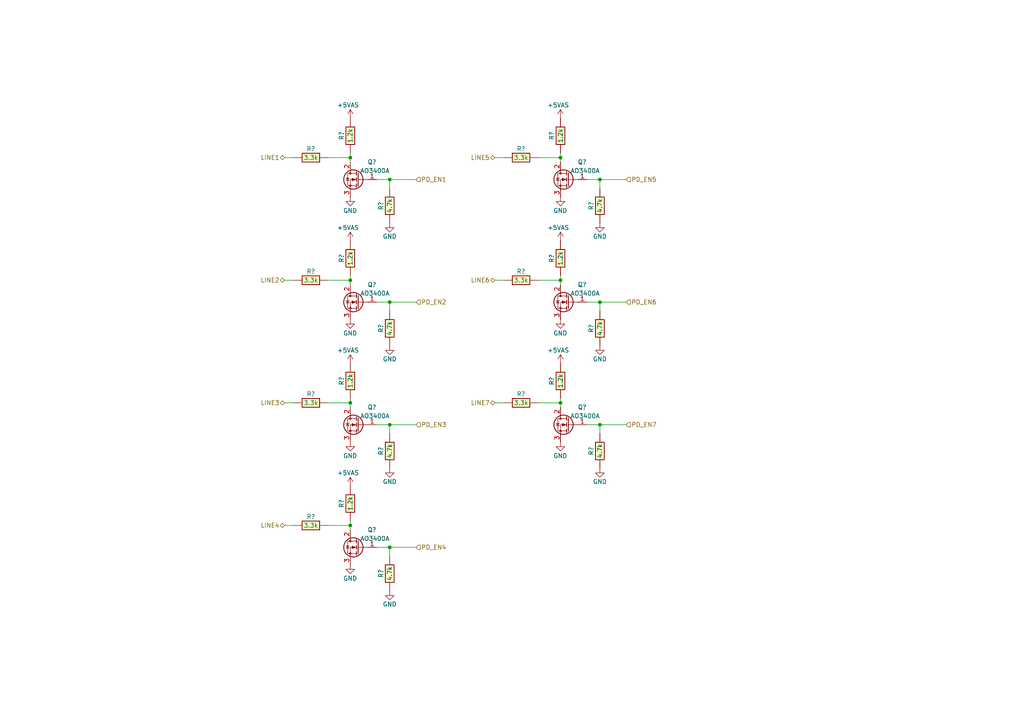
<source format=kicad_sch>
(kicad_sch (version 20230121) (generator eeschema)
  (paper "A4")
  (lib_symbols
    (symbol "alphax:+5VAS" (power) (pin_names (offset 0))
      (property "Value" "+5VAS" (at 2.8912 2.1493 90))
      (symbol "+5VAS_0_1"
        (polyline (pts (xy -0.762 1.27) (xy 0 2.54)))
        (polyline (pts (xy 0 0) (xy 0 2.54)))
        (polyline (pts (xy 0 2.54) (xy 0.762 1.27)))
      )
      (symbol "+5VAS_1_1"
        (pin power_in line (at 0 0 90) (length 0) hide (name "+5VAS") (number "1"))
      )
    )
    (symbol "hellen-one-common:MOSFET-N" (pin_names hide)
      (property "Reference" "Q" (at 5.08 6.35 0))
      (property "Value" "MOSFET-N" (at 2.54 3.81 0))
      (symbol "MOSFET-N_0_1"
        (polyline (pts (xy 0.254 0) (xy -2.54 0)))
        (polyline (pts (xy 0.254 1.905) (xy 0.254 -1.905)) (stroke (width 0.254)))
        (polyline (pts (xy 0.762 -1.27) (xy 0.762 -2.286)) (stroke (width 0.254)))
        (polyline (pts (xy 0.762 0.508) (xy 0.762 -0.508)) (stroke (width 0.254)))
        (polyline (pts (xy 0.762 2.286) (xy 0.762 1.27)) (stroke (width 0.254)))
        (polyline (pts (xy 2.54 2.54) (xy 2.54 1.778)))
        (polyline (pts (xy 2.54 -2.54) (xy 2.54 0) (xy 0.762 0)))
        (polyline (pts (xy 0.762 -1.778) (xy 3.302 -1.778) (xy 3.302 1.778) (xy 0.762 1.778)))
        (polyline (pts (xy 1.016 0) (xy 2.032 0.381) (xy 2.032 -0.381) (xy 1.016 0)) (fill (type outline)))
        (polyline (pts (xy 2.794 0.508) (xy 2.921 0.381) (xy 3.683 0.381) (xy 3.81 0.254)))
        (polyline (pts (xy 3.302 0.381) (xy 2.921 -0.254) (xy 3.683 -0.254) (xy 3.302 0.381)))
        (circle (center 1.651 0) (radius 2.794) (stroke (width 0.254)))
        (circle (center 2.54 -1.778) (radius 0.254) (fill (type outline)))
        (circle (center 2.54 1.778) (radius 0.254) (fill (type outline)))
      )
      (symbol "MOSFET-N_1_1"
        (pin input line (at -5.08 0 0) (length 2.54) (name "G") (number "1"))
        (pin passive line (at 2.54 5.08 270) (length 2.54) (name "D") (number "2"))
        (pin passive line (at 2.54 -5.08 90) (length 2.54) (name "S") (number "3"))
      )
    )
    (symbol "hellen-one-common:Res" (pin_numbers hide)
      (property "Reference" "R" (at 3.81 2.54 0))
      (property "Value" "Res" (at 5.08 -2.54 0))
      (symbol "Res_1_0"
        (rectangle (start 2.54 -1.27) (end 7.62 1.27) (stroke (width 0.254)) (fill (type background)))
        (pin passive line (at 0 0 0) (length 2.54) (name "") (number "1"))
        (pin passive line (at 10.16 0 180) (length 2.54) (name "") (number "2"))
      )
    )
    (symbol "power:GND" (power) (pin_names (offset 0))
      (property "Value" "GND" (at 0 -3.81 0))
      (symbol "GND_0_1"
        (polyline (pts (xy 0 0) (xy 0 -1.27) (xy 1.27 -1.27) (xy 0 -2.54) (xy -1.27 -1.27) (xy 0 -1.27)))
      )
      (symbol "GND_1_1"
        (pin power_in line (at 0 0 270) (length 0) hide (name "GND") (number "1"))
      )
    )
  )
  (junction (at 162.56 116.84))
  (junction (at 113.03 158.75))
  (junction (at 173.99 87.63))
  (junction (at 101.6 45.72))
  (junction (at 113.03 123.19))
  (junction (at 162.56 45.72))
  (junction (at 101.6 81.28))
  (junction (at 113.03 87.63))
  (junction (at 162.56 81.28))
  (junction (at 101.6 116.84))
  (junction (at 113.03 52.07))
  (junction (at 173.99 52.07))
  (junction (at 101.6 152.4))
  (junction (at 173.99 123.19))
  (wire (pts (xy 101.6 116.84) (xy 101.6 118.11)))
  (wire (pts (xy 162.56 45.72) (xy 162.56 46.99)))
  (wire (pts (xy 101.6 45.72) (xy 101.6 44.45)))
  (wire (pts (xy 162.56 81.28) (xy 162.56 80.01)))
  (wire (pts (xy 113.03 87.63) (xy 120.65 87.63)))
  (wire (pts (xy 173.99 123.19) (xy 181.61 123.19)))
  (wire (pts (xy 95.25 152.4) (xy 101.6 152.4)))
  (wire (pts (xy 162.56 45.72) (xy 162.56 44.45)))
  (wire (pts (xy 82.55 152.4) (xy 85.09 152.4)))
  (wire (pts (xy 101.6 81.28) (xy 101.6 82.55)))
  (wire (pts (xy 170.18 52.07) (xy 173.99 52.07)))
  (wire (pts (xy 170.18 87.63) (xy 173.99 87.63)))
  (wire (pts (xy 101.6 152.4) (xy 101.6 153.67)))
  (wire (pts (xy 109.22 158.75) (xy 113.03 158.75)))
  (wire (pts (xy 143.51 116.84) (xy 146.05 116.84)))
  (wire (pts (xy 162.56 116.84) (xy 162.56 118.11)))
  (wire (pts (xy 113.03 52.07) (xy 120.65 52.07)))
  (wire (pts (xy 173.99 123.19) (xy 173.99 125.73)))
  (wire (pts (xy 143.51 45.72) (xy 146.05 45.72)))
  (wire (pts (xy 156.21 81.28) (xy 162.56 81.28)))
  (wire (pts (xy 113.03 158.75) (xy 120.65 158.75)))
  (wire (pts (xy 101.6 45.72) (xy 101.6 46.99)))
  (wire (pts (xy 95.25 45.72) (xy 101.6 45.72)))
  (wire (pts (xy 101.6 116.84) (xy 101.6 115.57)))
  (wire (pts (xy 95.25 81.28) (xy 101.6 81.28)))
  (wire (pts (xy 113.03 123.19) (xy 113.03 125.73)))
  (wire (pts (xy 170.18 123.19) (xy 173.99 123.19)))
  (wire (pts (xy 82.55 45.72) (xy 85.09 45.72)))
  (wire (pts (xy 109.22 123.19) (xy 113.03 123.19)))
  (wire (pts (xy 82.55 81.28) (xy 85.09 81.28)))
  (wire (pts (xy 173.99 52.07) (xy 181.61 52.07)))
  (wire (pts (xy 82.55 116.84) (xy 85.09 116.84)))
  (wire (pts (xy 113.03 158.75) (xy 113.03 161.29)))
  (wire (pts (xy 113.03 52.07) (xy 113.03 54.61)))
  (wire (pts (xy 173.99 87.63) (xy 181.61 87.63)))
  (wire (pts (xy 113.03 87.63) (xy 113.03 90.17)))
  (wire (pts (xy 113.03 123.19) (xy 120.65 123.19)))
  (wire (pts (xy 109.22 52.07) (xy 113.03 52.07)))
  (wire (pts (xy 95.25 116.84) (xy 101.6 116.84)))
  (wire (pts (xy 101.6 152.4) (xy 101.6 151.13)))
  (wire (pts (xy 101.6 81.28) (xy 101.6 80.01)))
  (wire (pts (xy 162.56 81.28) (xy 162.56 82.55)))
  (wire (pts (xy 173.99 52.07) (xy 173.99 54.61)))
  (wire (pts (xy 173.99 87.63) (xy 173.99 90.17)))
  (wire (pts (xy 156.21 45.72) (xy 162.56 45.72)))
  (wire (pts (xy 156.21 116.84) (xy 162.56 116.84)))
  (wire (pts (xy 162.56 116.84) (xy 162.56 115.57)))
  (wire (pts (xy 143.51 81.28) (xy 146.05 81.28)))
  (wire (pts (xy 109.22 87.63) (xy 113.03 87.63)))
  (hierarchical_label "LINE3" (shape bidirectional) (at 82.55 116.84 180))
  (hierarchical_label "PD_EN2" (shape input) (at 120.65 87.63 0))
  (hierarchical_label "PD_EN1" (shape input) (at 120.65 52.07 0))
  (hierarchical_label "PD_EN7" (shape input) (at 181.61 123.19 0))
  (hierarchical_label "PD_EN4" (shape input) (at 120.65 158.75 0))
  (hierarchical_label "LINE7" (shape bidirectional) (at 143.51 116.84 180))
  (hierarchical_label "LINE1" (shape bidirectional) (at 82.55 45.72 180))
  (hierarchical_label "LINE5" (shape bidirectional) (at 143.51 45.72 180))
  (hierarchical_label "PD_EN6" (shape input) (at 181.61 87.63 0))
  (hierarchical_label "LINE2" (shape bidirectional) (at 82.55 81.28 180))
  (hierarchical_label "LINE6" (shape bidirectional) (at 143.51 81.28 180))
  (hierarchical_label "PD_EN3" (shape input) (at 120.65 123.19 0))
  (hierarchical_label "LINE4" (shape bidirectional) (at 82.55 152.4 180))
  (hierarchical_label "PD_EN5" (shape input) (at 181.61 52.07 0))
  (symbol (lib_id "hellen-one-common:Res") (at 101.6 44.45 270) (mirror x) (unit 1)
    (property "Reference" "R?" (at 99.06 39.37 0))
    (property "Value" "1.2k" (at 101.6 39.37 0))
    (property "Footprint" "hellen-one-common:R0603" (effects hide))
    (property "LCSC" "C22765" (effects hide))
    (instances (project "alphax_8ch" (path "" (reference "R?") (unit 1)) (path "" (reference "R43") (unit 1))))
  )
  (symbol (lib_id "hellen-one-common:MOSFET-N") (at 165.1 52.07 0) (mirror y) (unit 1)
    (property "Reference" "Q?" (at 170.18 46.99 0) (effects (justify left)))
    (property "Value" "AO3400A" (at 173.99 49.53 0) (effects (justify left)))
    (property "Footprint" "hellen-one-common:SOT-23" (effects hide))
    (property "LCSC" " C20917" (effects hide))
    (instances (project "alphax_8ch" (path "" (reference "Q?") (unit 1)) (path "" (reference "Q18") (unit 1))))
  )
  (symbol (lib_id "power:GND") (at 101.6 163.83 0) (mirror y) (unit 1)
    (property "Reference" "#PWR?" (effects hide))
    (property "Value" "GND" (at 101.5492 167.7734 0))
    (instances (project "alphax_8ch" (path "" (reference "#PWR?") (unit 1)) (path "" (reference "#PWR0132") (unit 1))))
  )
  (symbol (lib_id "hellen-one-common:Res") (at 146.05 81.28 0) (mirror x) (unit 1)
    (property "Reference" "R?" (at 151.13 78.74 0))
    (property "Value" "3.3k" (at 151.13 81.28 0))
    (property "Footprint" "hellen-one-common:R0603" (effects hide))
    (property "LCSC" "C22978" (effects hide))
    (instances (project "alphax_8ch" (path "" (reference "R?") (unit 1)) (path "" (reference "R52") (unit 1))))
  )
  (symbol (lib_id "hellen-one-common:Res") (at 85.09 45.72 0) (mirror x) (unit 1)
    (property "Reference" "R?" (at 90.17 43.18 0))
    (property "Value" "3.3k" (at 90.17 45.72 0))
    (property "Footprint" "hellen-one-common:R0603" (effects hide))
    (property "LCSC" "C22978" (effects hide))
    (instances (project "alphax_8ch" (path "" (reference "R?") (unit 1)) (path "" (reference "R39") (unit 1))))
  )
  (symbol (lib_id "hellen-one-common:MOSFET-N") (at 104.14 123.19 0) (mirror y) (unit 1)
    (property "Reference" "Q?" (at 109.22 118.11 0) (effects (justify left)))
    (property "Value" "AO3400A" (at 113.03 120.65 0) (effects (justify left)))
    (property "Footprint" "hellen-one-common:SOT-23" (effects hide))
    (property "LCSC" " C20917" (effects hide))
    (instances (project "alphax_8ch" (path "" (reference "Q?") (unit 1)) (path "" (reference "Q16") (unit 1))))
  )
  (symbol (lib_id "hellen-one-common:Res") (at 173.99 54.61 270) (unit 1)
    (property "Reference" "R?" (at 171.45 59.69 0))
    (property "Value" "4.7k" (at 173.99 59.69 0))
    (property "Footprint" "hellen-one-common:R0603" (effects hide))
    (property "LCSC" "C23162" (effects hide))
    (instances (project "alphax_8ch" (path "" (reference "R?") (unit 1)) (path "" (reference "R57") (unit 1))))
  )
  (symbol (lib_id "hellen-one-common:Res") (at 162.56 115.57 270) (mirror x) (unit 1)
    (property "Reference" "R?" (at 160.02 110.49 0))
    (property "Value" "1.2k" (at 162.56 110.49 0))
    (property "Footprint" "hellen-one-common:R0603" (effects hide))
    (property "LCSC" "C22765" (effects hide))
    (instances (project "alphax_8ch" (path "" (reference "R?") (unit 1)) (path "" (reference "R56") (unit 1))))
  )
  (symbol (lib_id "hellen-one-common:Res") (at 173.99 125.73 270) (unit 1)
    (property "Reference" "R?" (at 171.45 130.81 0))
    (property "Value" "4.7k" (at 173.99 130.81 0))
    (property "Footprint" "hellen-one-common:R0603" (effects hide))
    (property "LCSC" "C23162" (effects hide))
    (instances (project "alphax_8ch" (path "" (reference "R?") (unit 1)) (path "" (reference "R59") (unit 1))))
  )
  (symbol (lib_id "hellen-one-common:MOSFET-N") (at 104.14 52.07 0) (mirror y) (unit 1)
    (property "Reference" "Q?" (at 109.22 46.99 0) (effects (justify left)))
    (property "Value" "AO3400A" (at 113.03 49.53 0) (effects (justify left)))
    (property "Footprint" "hellen-one-common:SOT-23" (effects hide))
    (property "LCSC" " C20917" (effects hide))
    (instances (project "alphax_8ch" (path "" (reference "Q?") (unit 1)) (path "" (reference "Q14") (unit 1))))
  )
  (symbol (lib_id "hellen-one-common:MOSFET-N") (at 104.14 87.63 0) (mirror y) (unit 1)
    (property "Reference" "Q?" (at 109.22 82.55 0) (effects (justify left)))
    (property "Value" "AO3400A" (at 113.03 85.09 0) (effects (justify left)))
    (property "Footprint" "hellen-one-common:SOT-23" (effects hide))
    (property "LCSC" " C20917" (effects hide))
    (instances (project "alphax_8ch" (path "" (reference "Q?") (unit 1)) (path "" (reference "Q15") (unit 1))))
  )
  (symbol (lib_id "hellen-one-common:Res") (at 113.03 125.73 270) (unit 1)
    (property "Reference" "R?" (at 110.49 130.81 0))
    (property "Value" "4.7k" (at 113.03 130.81 0))
    (property "Footprint" "hellen-one-common:R0603" (effects hide))
    (property "LCSC" "C23162" (effects hide))
    (instances (project "alphax_8ch" (path "" (reference "R?") (unit 1)) (path "" (reference "R49") (unit 1))))
  )
  (symbol (lib_id "hellen-one-common:Res") (at 162.56 80.01 270) (mirror x) (unit 1)
    (property "Reference" "R?" (at 160.02 74.93 0))
    (property "Value" "1.2k" (at 162.56 74.93 0))
    (property "Footprint" "hellen-one-common:R0603" (effects hide))
    (property "LCSC" "C22765" (effects hide))
    (instances (project "alphax_8ch" (path "" (reference "R?") (unit 1)) (path "" (reference "R55") (unit 1))))
  )
  (symbol (lib_id "alphax:+5VAS") (at 162.56 105.41 0) (mirror y) (unit 1)
    (property "Reference" "#PWR?" (effects hide))
    (property "Value" "+5VAS" (at 165.1 101.6 0) (effects (justify left)))
    (instances (project "alphax_8ch" (path "" (reference "#PWR?") (unit 1)) (path "" (reference "#PWR0141") (unit 1))))
  )
  (symbol (lib_id "hellen-one-common:Res") (at 113.03 90.17 270) (unit 1)
    (property "Reference" "R?" (at 110.49 95.25 0))
    (property "Value" "4.7k" (at 113.03 95.25 0))
    (property "Footprint" "hellen-one-common:R0603" (effects hide))
    (property "LCSC" "C23162" (effects hide))
    (instances (project "alphax_8ch" (path "" (reference "R?") (unit 1)) (path "" (reference "R48") (unit 1))))
  )
  (symbol (lib_id "alphax:+5VAS") (at 162.56 34.29 0) (mirror y) (unit 1)
    (property "Reference" "#PWR?" (effects hide))
    (property "Value" "+5VAS" (at 165.1 30.48 0) (effects (justify left)))
    (instances (project "alphax_8ch" (path "" (reference "#PWR?") (unit 1)) (path "" (reference "#PWR0137") (unit 1))))
  )
  (symbol (lib_id "alphax:+5VAS") (at 101.6 140.97 0) (mirror y) (unit 1)
    (property "Reference" "#PWR?" (effects hide))
    (property "Value" "+5VAS" (at 104.14 137.16 0) (effects (justify left)))
    (instances (project "alphax_8ch" (path "" (reference "#PWR?") (unit 1)) (path "" (reference "#PWR0131") (unit 1))))
  )
  (symbol (lib_id "alphax:+5VAS") (at 101.6 69.85 0) (mirror y) (unit 1)
    (property "Reference" "#PWR?" (effects hide))
    (property "Value" "+5VAS" (at 104.14 66.04 0) (effects (justify left)))
    (instances (project "alphax_8ch" (path "" (reference "#PWR?") (unit 1)) (path "" (reference "#PWR0127") (unit 1))))
  )
  (symbol (lib_id "alphax:+5VAS") (at 101.6 105.41 0) (mirror y) (unit 1)
    (property "Reference" "#PWR?" (effects hide))
    (property "Value" "+5VAS" (at 104.14 101.6 0) (effects (justify left)))
    (instances (project "alphax_8ch" (path "" (reference "#PWR?") (unit 1)) (path "" (reference "#PWR0129") (unit 1))))
  )
  (symbol (lib_id "power:GND") (at 113.03 171.45 0) (mirror y) (unit 1)
    (property "Reference" "#PWR?" (effects hide))
    (property "Value" "GND" (at 113.03 175.26 0))
    (instances (project "alphax_8ch" (path "" (reference "#PWR?") (unit 1)) (path "" (reference "#PWR0136") (unit 1))))
  )
  (symbol (lib_id "hellen-one-common:Res") (at 85.09 152.4 0) (mirror x) (unit 1)
    (property "Reference" "R?" (at 90.17 149.86 0))
    (property "Value" "3.3k" (at 90.17 152.4 0))
    (property "Footprint" "hellen-one-common:R0603" (effects hide))
    (property "LCSC" "C22978" (effects hide))
    (instances (project "alphax_8ch" (path "" (reference "R?") (unit 1)) (path "" (reference "R42") (unit 1))))
  )
  (symbol (lib_id "power:GND") (at 162.56 92.71 0) (mirror y) (unit 1)
    (property "Reference" "#PWR?" (effects hide))
    (property "Value" "GND" (at 162.5092 96.6534 0))
    (instances (project "alphax_8ch" (path "" (reference "#PWR?") (unit 1)) (path "" (reference "#PWR0140") (unit 1))))
  )
  (symbol (lib_id "hellen-one-common:Res") (at 113.03 161.29 270) (unit 1)
    (property "Reference" "R?" (at 110.49 166.37 0))
    (property "Value" "4.7k" (at 113.03 166.37 0))
    (property "Footprint" "hellen-one-common:R0603" (effects hide))
    (property "LCSC" "C23162" (effects hide))
    (instances (project "alphax_8ch" (path "" (reference "R?") (unit 1)) (path "" (reference "R50") (unit 1))))
  )
  (symbol (lib_id "hellen-one-common:MOSFET-N") (at 104.14 158.75 0) (mirror y) (unit 1)
    (property "Reference" "Q?" (at 109.22 153.67 0) (effects (justify left)))
    (property "Value" "AO3400A" (at 113.03 156.21 0) (effects (justify left)))
    (property "Footprint" "hellen-one-common:SOT-23" (effects hide))
    (property "LCSC" " C20917" (effects hide))
    (instances (project "alphax_8ch" (path "" (reference "Q?") (unit 1)) (path "" (reference "Q17") (unit 1))))
  )
  (symbol (lib_id "power:GND") (at 162.56 128.27 0) (mirror y) (unit 1)
    (property "Reference" "#PWR?" (effects hide))
    (property "Value" "GND" (at 162.5092 132.2134 0))
    (instances (project "alphax_8ch" (path "" (reference "#PWR?") (unit 1)) (path "" (reference "#PWR0142") (unit 1))))
  )
  (symbol (lib_id "hellen-one-common:Res") (at 113.03 54.61 270) (unit 1)
    (property "Reference" "R?" (at 110.49 59.69 0))
    (property "Value" "4.7k" (at 113.03 59.69 0))
    (property "Footprint" "hellen-one-common:R0603" (effects hide))
    (property "LCSC" "C23162" (effects hide))
    (instances (project "alphax_8ch" (path "" (reference "R?") (unit 1)) (path "" (reference "R47") (unit 1))))
  )
  (symbol (lib_id "power:GND") (at 101.6 128.27 0) (mirror y) (unit 1)
    (property "Reference" "#PWR?" (effects hide))
    (property "Value" "GND" (at 101.5492 132.2134 0))
    (instances (project "alphax_8ch" (path "" (reference "#PWR?") (unit 1)) (path "" (reference "#PWR0130") (unit 1))))
  )
  (symbol (lib_id "power:GND") (at 173.99 64.77 0) (mirror y) (unit 1)
    (property "Reference" "#PWR?" (effects hide))
    (property "Value" "GND" (at 173.99 68.58 0))
    (instances (project "alphax_8ch" (path "" (reference "#PWR?") (unit 1)) (path "" (reference "#PWR0143") (unit 1))))
  )
  (symbol (lib_id "power:GND") (at 113.03 100.33 0) (mirror y) (unit 1)
    (property "Reference" "#PWR?" (effects hide))
    (property "Value" "GND" (at 113.03 104.14 0))
    (instances (project "alphax_8ch" (path "" (reference "#PWR?") (unit 1)) (path "" (reference "#PWR0134") (unit 1))))
  )
  (symbol (lib_id "power:GND") (at 101.6 57.15 0) (mirror y) (unit 1)
    (property "Reference" "#PWR?" (effects hide))
    (property "Value" "GND" (at 101.5492 61.0934 0))
    (instances (project "alphax_8ch" (path "" (reference "#PWR?") (unit 1)) (path "" (reference "#PWR0126") (unit 1))))
  )
  (symbol (lib_id "hellen-one-common:Res") (at 101.6 80.01 270) (mirror x) (unit 1)
    (property "Reference" "R?" (at 99.06 74.93 0))
    (property "Value" "1.2k" (at 101.6 74.93 0))
    (property "Footprint" "hellen-one-common:R0603" (effects hide))
    (property "LCSC" "C22765" (effects hide))
    (instances (project "alphax_8ch" (path "" (reference "R?") (unit 1)) (path "" (reference "R44") (unit 1))))
  )
  (symbol (lib_id "hellen-one-common:Res") (at 162.56 44.45 270) (mirror x) (unit 1)
    (property "Reference" "R?" (at 160.02 39.37 0))
    (property "Value" "1.2k" (at 162.56 39.37 0))
    (property "Footprint" "hellen-one-common:R0603" (effects hide))
    (property "LCSC" "C22765" (effects hide))
    (instances (project "alphax_8ch" (path "" (reference "R?") (unit 1)) (path "" (reference "R54") (unit 1))))
  )
  (symbol (lib_id "hellen-one-common:Res") (at 173.99 90.17 270) (unit 1)
    (property "Reference" "R?" (at 171.45 95.25 0))
    (property "Value" "4.7k" (at 173.99 95.25 0))
    (property "Footprint" "hellen-one-common:R0603" (effects hide))
    (property "LCSC" "C23162" (effects hide))
    (instances (project "alphax_8ch" (path "" (reference "R?") (unit 1)) (path "" (reference "R58") (unit 1))))
  )
  (symbol (lib_id "power:GND") (at 113.03 64.77 0) (mirror y) (unit 1)
    (property "Reference" "#PWR?" (effects hide))
    (property "Value" "GND" (at 113.03 68.58 0))
    (instances (project "alphax_8ch" (path "" (reference "#PWR?") (unit 1)) (path "" (reference "#PWR0133") (unit 1))))
  )
  (symbol (lib_id "hellen-one-common:Res") (at 85.09 81.28 0) (mirror x) (unit 1)
    (property "Reference" "R?" (at 90.17 78.74 0))
    (property "Value" "3.3k" (at 90.17 81.28 0))
    (property "Footprint" "hellen-one-common:R0603" (effects hide))
    (property "LCSC" "C22978" (effects hide))
    (instances (project "alphax_8ch" (path "" (reference "R?") (unit 1)) (path "" (reference "R40") (unit 1))))
  )
  (symbol (lib_id "alphax:+5VAS") (at 101.6 34.29 0) (mirror y) (unit 1)
    (property "Reference" "#PWR?" (effects hide))
    (property "Value" "+5VAS" (at 104.14 30.48 0) (effects (justify left)))
    (instances (project "alphax_8ch" (path "" (reference "#PWR?") (unit 1)) (path "" (reference "#PWR0125") (unit 1))))
  )
  (symbol (lib_id "hellen-one-common:MOSFET-N") (at 165.1 87.63 0) (mirror y) (unit 1)
    (property "Reference" "Q?" (at 170.18 82.55 0) (effects (justify left)))
    (property "Value" "AO3400A" (at 173.99 85.09 0) (effects (justify left)))
    (property "Footprint" "hellen-one-common:SOT-23" (effects hide))
    (property "LCSC" " C20917" (effects hide))
    (instances (project "alphax_8ch" (path "" (reference "Q?") (unit 1)) (path "" (reference "Q19") (unit 1))))
  )
  (symbol (lib_id "power:GND") (at 173.99 135.89 0) (mirror y) (unit 1)
    (property "Reference" "#PWR?" (effects hide))
    (property "Value" "GND" (at 173.99 139.7 0))
    (instances (project "alphax_8ch" (path "" (reference "#PWR?") (unit 1)) (path "" (reference "#PWR0145") (unit 1))))
  )
  (symbol (lib_id "hellen-one-common:Res") (at 146.05 116.84 0) (mirror x) (unit 1)
    (property "Reference" "R?" (at 151.13 114.3 0))
    (property "Value" "3.3k" (at 151.13 116.84 0))
    (property "Footprint" "hellen-one-common:R0603" (effects hide))
    (property "LCSC" "C22978" (effects hide))
    (instances (project "alphax_8ch" (path "" (reference "R?") (unit 1)) (path "" (reference "R53") (unit 1))))
  )
  (symbol (lib_id "power:GND") (at 162.56 57.15 0) (mirror y) (unit 1)
    (property "Reference" "#PWR?" (effects hide))
    (property "Value" "GND" (at 162.5092 61.0934 0))
    (instances (project "alphax_8ch" (path "" (reference "#PWR?") (unit 1)) (path "" (reference "#PWR0138") (unit 1))))
  )
  (symbol (lib_id "hellen-one-common:Res") (at 101.6 115.57 270) (mirror x) (unit 1)
    (property "Reference" "R?" (at 99.06 110.49 0))
    (property "Value" "1.2k" (at 101.6 110.49 0))
    (property "Footprint" "hellen-one-common:R0603" (effects hide))
    (property "LCSC" "C22765" (effects hide))
    (instances (project "alphax_8ch" (path "" (reference "R?") (unit 1)) (path "" (reference "R45") (unit 1))))
  )
  (symbol (lib_id "hellen-one-common:Res") (at 146.05 45.72 0) (mirror x) (unit 1)
    (property "Reference" "R?" (at 151.13 43.18 0))
    (property "Value" "3.3k" (at 151.13 45.72 0))
    (property "Footprint" "hellen-one-common:R0603" (effects hide))
    (property "LCSC" "C22978" (effects hide))
    (instances (project "alphax_8ch" (path "" (reference "R?") (unit 1)) (path "" (reference "R51") (unit 1))))
  )
  (symbol (lib_id "power:GND") (at 101.6 92.71 0) (mirror y) (unit 1)
    (property "Reference" "#PWR?" (effects hide))
    (property "Value" "GND" (at 101.5492 96.6534 0))
    (instances (project "alphax_8ch" (path "" (reference "#PWR?") (unit 1)) (path "" (reference "#PWR0128") (unit 1))))
  )
  (symbol (lib_id "alphax:+5VAS") (at 162.56 69.85 0) (mirror y) (unit 1)
    (property "Reference" "#PWR?" (effects hide))
    (property "Value" "+5VAS" (at 165.1 66.04 0) (effects (justify left)))
    (instances (project "alphax_8ch" (path "" (reference "#PWR?") (unit 1)) (path "" (reference "#PWR0139") (unit 1))))
  )
  (symbol (lib_id "power:GND") (at 113.03 135.89 0) (mirror y) (unit 1)
    (property "Reference" "#PWR?" (effects hide))
    (property "Value" "GND" (at 113.03 139.7 0))
    (instances (project "alphax_8ch" (path "" (reference "#PWR?") (unit 1)) (path "" (reference "#PWR0135") (unit 1))))
  )
  (symbol (lib_id "hellen-one-common:Res") (at 85.09 116.84 0) (mirror x) (unit 1)
    (property "Reference" "R?" (at 90.17 114.3 0))
    (property "Value" "3.3k" (at 90.17 116.84 0))
    (property "Footprint" "hellen-one-common:R0603" (effects hide))
    (property "LCSC" "C22978" (effects hide))
    (instances (project "alphax_8ch" (path "" (reference "R?") (unit 1)) (path "" (reference "R41") (unit 1))))
  )
  (symbol (lib_id "hellen-one-common:Res") (at 101.6 151.13 270) (mirror x) (unit 1)
    (property "Reference" "R?" (at 99.06 146.05 0))
    (property "Value" "1.2k" (at 101.6 146.05 0))
    (property "Footprint" "hellen-one-common:R0603" (effects hide))
    (property "LCSC" "C22765" (effects hide))
    (instances (project "alphax_8ch" (path "" (reference "R?") (unit 1)) (path "" (reference "R46") (unit 1))))
  )
  (symbol (lib_id "power:GND") (at 173.99 100.33 0) (mirror y) (unit 1)
    (property "Reference" "#PWR?" (effects hide))
    (property "Value" "GND" (at 173.99 104.14 0))
    (instances (project "alphax_8ch" (path "" (reference "#PWR?") (unit 1)) (path "" (reference "#PWR0144") (unit 1))))
  )
  (symbol (lib_id "hellen-one-common:MOSFET-N") (at 165.1 123.19 0) (mirror y) (unit 1)
    (property "Reference" "Q?" (at 170.18 118.11 0) (effects (justify left)))
    (property "Value" "AO3400A" (at 173.99 120.65 0) (effects (justify left)))
    (property "Footprint" "hellen-one-common:SOT-23" (effects hide))
    (property "LCSC" " C20917" (effects hide))
    (instances (project "alphax_8ch" (path "" (reference "Q?") (unit 1)) (path "" (reference "Q20") (unit 1))))
  )
)
</source>
